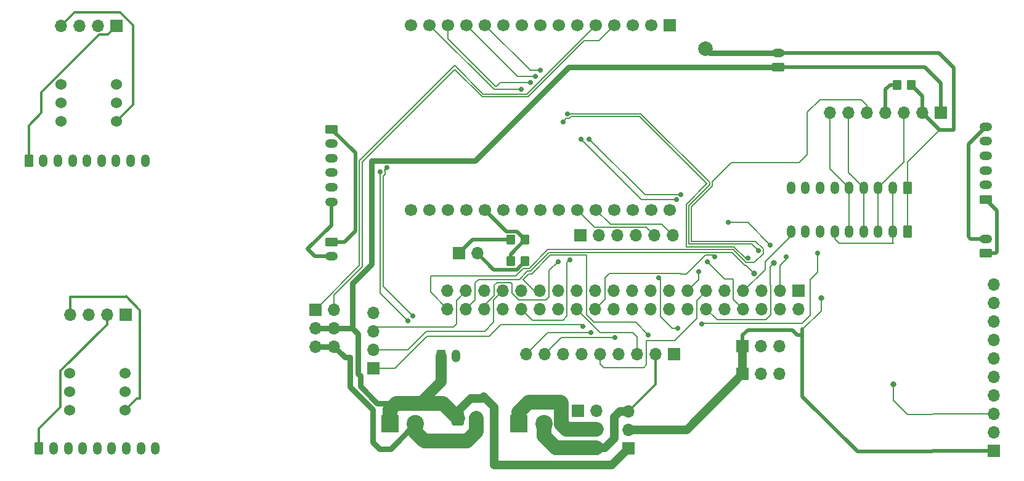
<source format=gbr>
%TF.GenerationSoftware,KiCad,Pcbnew,8.0.1*%
%TF.CreationDate,2024-05-17T10:11:40+07:00*%
%TF.ProjectId,ESP32 Shield,45535033-3220-4536-9869-656c642e6b69,rev?*%
%TF.SameCoordinates,Original*%
%TF.FileFunction,Copper,L1,Top*%
%TF.FilePolarity,Positive*%
%FSLAX46Y46*%
G04 Gerber Fmt 4.6, Leading zero omitted, Abs format (unit mm)*
G04 Created by KiCad (PCBNEW 8.0.1) date 2024-05-17 10:11:40*
%MOMM*%
%LPD*%
G01*
G04 APERTURE LIST*
G04 Aperture macros list*
%AMRoundRect*
0 Rectangle with rounded corners*
0 $1 Rounding radius*
0 $2 $3 $4 $5 $6 $7 $8 $9 X,Y pos of 4 corners*
0 Add a 4 corners polygon primitive as box body*
4,1,4,$2,$3,$4,$5,$6,$7,$8,$9,$2,$3,0*
0 Add four circle primitives for the rounded corners*
1,1,$1+$1,$2,$3*
1,1,$1+$1,$4,$5*
1,1,$1+$1,$6,$7*
1,1,$1+$1,$8,$9*
0 Add four rect primitives between the rounded corners*
20,1,$1+$1,$2,$3,$4,$5,0*
20,1,$1+$1,$4,$5,$6,$7,0*
20,1,$1+$1,$6,$7,$8,$9,0*
20,1,$1+$1,$8,$9,$2,$3,0*%
G04 Aperture macros list end*
%TA.AperFunction,ComponentPad*%
%ADD10R,1.700000X1.700000*%
%TD*%
%TA.AperFunction,ComponentPad*%
%ADD11O,1.700000X1.700000*%
%TD*%
%TA.AperFunction,SMDPad,CuDef*%
%ADD12RoundRect,0.250000X-0.350000X-0.450000X0.350000X-0.450000X0.350000X0.450000X-0.350000X0.450000X0*%
%TD*%
%TA.AperFunction,ComponentPad*%
%ADD13RoundRect,0.250000X0.625000X-0.350000X0.625000X0.350000X-0.625000X0.350000X-0.625000X-0.350000X0*%
%TD*%
%TA.AperFunction,ComponentPad*%
%ADD14O,1.750000X1.200000*%
%TD*%
%TA.AperFunction,ComponentPad*%
%ADD15RoundRect,0.250000X-0.600000X-0.750000X0.600000X-0.750000X0.600000X0.750000X-0.600000X0.750000X0*%
%TD*%
%TA.AperFunction,ComponentPad*%
%ADD16O,1.700000X2.000000*%
%TD*%
%TA.AperFunction,ComponentPad*%
%ADD17R,2.400000X2.400000*%
%TD*%
%TA.AperFunction,ComponentPad*%
%ADD18C,2.400000*%
%TD*%
%TA.AperFunction,ComponentPad*%
%ADD19RoundRect,0.250000X-0.625000X0.350000X-0.625000X-0.350000X0.625000X-0.350000X0.625000X0.350000X0*%
%TD*%
%TA.AperFunction,ComponentPad*%
%ADD20RoundRect,0.250000X0.350000X0.625000X-0.350000X0.625000X-0.350000X-0.625000X0.350000X-0.625000X0*%
%TD*%
%TA.AperFunction,ComponentPad*%
%ADD21O,1.200000X1.750000*%
%TD*%
%TA.AperFunction,ComponentPad*%
%ADD22RoundRect,0.250000X-0.350000X-0.625000X0.350000X-0.625000X0.350000X0.625000X-0.350000X0.625000X0*%
%TD*%
%TA.AperFunction,ComponentPad*%
%ADD23C,1.700000*%
%TD*%
%TA.AperFunction,ComponentPad*%
%ADD24C,1.524000*%
%TD*%
%TA.AperFunction,ViaPad*%
%ADD25C,2.000000*%
%TD*%
%TA.AperFunction,ViaPad*%
%ADD26C,0.800000*%
%TD*%
%TA.AperFunction,ViaPad*%
%ADD27C,0.700000*%
%TD*%
%TA.AperFunction,Conductor*%
%ADD28C,0.180000*%
%TD*%
%TA.AperFunction,Conductor*%
%ADD29C,0.500000*%
%TD*%
%TA.AperFunction,Conductor*%
%ADD30C,0.800000*%
%TD*%
%TA.AperFunction,Conductor*%
%ADD31C,2.000000*%
%TD*%
%TA.AperFunction,Conductor*%
%ADD32C,0.300000*%
%TD*%
%TA.AperFunction,Conductor*%
%ADD33C,1.200000*%
%TD*%
%TA.AperFunction,Conductor*%
%ADD34C,1.500000*%
%TD*%
G04 APERTURE END LIST*
D10*
%TO.P,J27,1,Pin_1*%
%TO.N,/BLUE2_EAR*%
X127390000Y-88120000D03*
D11*
%TO.P,J27,2,Pin_2*%
%TO.N,/RED2_EAR*%
X124850000Y-88120000D03*
%TO.P,J27,3,Pin_3*%
%TO.N,/GREEN2_EAR*%
X122310000Y-88120000D03*
%TO.P,J27,4,Pin_4*%
%TO.N,GND_EAR*%
X119770000Y-88120000D03*
%TD*%
D12*
%TO.P,R3,1*%
%TO.N,/GAIN*%
X233390000Y-56555000D03*
%TO.P,R3,2*%
%TO.N,GND*%
X235390000Y-56555000D03*
%TD*%
D10*
%TO.P,J17,1,Pin_1*%
%TO.N,+5V*%
X202780000Y-93530000D03*
D11*
%TO.P,J17,2,Pin_2*%
%TO.N,GND*%
X200240000Y-93530000D03*
%TO.P,J17,3,Pin_3*%
%TO.N,/CS*%
X197700000Y-93530000D03*
%TO.P,J17,4,Pin_4*%
%TO.N,/GPIO23*%
X195160000Y-93530000D03*
%TO.P,J17,5,Pin_5*%
%TO.N,/DC{slash}RS*%
X192620000Y-93530000D03*
%TO.P,J17,6,Pin_6*%
%TO.N,/GPIO10*%
X190080000Y-93530000D03*
%TO.P,J17,7,Pin_7*%
%TO.N,/GPIO11*%
X187540000Y-93530000D03*
%TO.P,J17,8,Pin_8*%
%TO.N,/GPIO24*%
X185000000Y-93530000D03*
%TO.P,J17,9,Pin_9*%
%TO.N,/GPIO9*%
X182460000Y-93530000D03*
%TD*%
D10*
%TO.P,J16,1,Pin_1*%
%TO.N,+3.3VA*%
X212200000Y-92440000D03*
D11*
%TO.P,J16,2,Pin_2*%
%TO.N,/GPIO5*%
X214740000Y-92440000D03*
%TO.P,J16,3,Pin_3*%
%TO.N,GND*%
X217280000Y-92440000D03*
%TD*%
D10*
%TO.P,J12,1,Pin_1*%
%TO.N,+5V*%
X196530000Y-106520000D03*
D11*
%TO.P,J12,2,Pin_2*%
%TO.N,+3.3VA*%
X196530000Y-103980000D03*
%TO.P,J12,3,Pin_3*%
%TO.N,GND*%
X196530000Y-101440000D03*
%TD*%
D13*
%TO.P,J29,1,Pin_1*%
%TO.N,+5V*%
X217120000Y-54130000D03*
D14*
%TO.P,J29,2,Pin_2*%
%TO.N,GND*%
X217120000Y-52130000D03*
%TD*%
D10*
%TO.P,J21,1,Pin_1*%
%TO.N,/GPIO25*%
X161490000Y-95490000D03*
D11*
%TO.P,J21,2,Pin_2*%
%TO.N,/GPIO13*%
X161490000Y-92950000D03*
%TO.P,J21,3,Pin_3*%
%TO.N,/GPIO26*%
X161490000Y-90410000D03*
%TO.P,J21,4,Pin_4*%
%TO.N,GND*%
X161490000Y-87870000D03*
%TD*%
D12*
%TO.P,R2,1*%
%TO.N,/Battery ADC*%
X180300000Y-80780000D03*
%TO.P,R2,2*%
%TO.N,GND*%
X182300000Y-80780000D03*
%TD*%
%TO.P,R1,1*%
%TO.N,+12V*%
X180300000Y-77830000D03*
%TO.P,R1,2*%
%TO.N,/Battery ADC*%
X182300000Y-77830000D03*
%TD*%
D15*
%TO.P,J2,1,Pin_1*%
%TO.N,+5V*%
X173083333Y-102410000D03*
D16*
%TO.P,J2,2,Pin_2*%
%TO.N,GND*%
X175583333Y-102410000D03*
%TD*%
D17*
%TO.P,J5,1,Pin_1*%
%TO.N,+7.5V*%
X181406666Y-103160000D03*
D18*
%TO.P,J5,2,Pin_2*%
%TO.N,GND*%
X184906666Y-103160000D03*
%TD*%
D10*
%TO.P,J10,1,Pin_1*%
%TO.N,+3.3VRP*%
X219920000Y-84860000D03*
D11*
%TO.P,J10,2,Pin_2*%
%TO.N,+5VRP*%
X219920000Y-87400000D03*
%TO.P,J10,3,Pin_3*%
%TO.N,/GPIO2*%
X217380000Y-84860000D03*
%TO.P,J10,4,Pin_4*%
%TO.N,+5VRP*%
X217380000Y-87400000D03*
%TO.P,J10,5,Pin_5*%
%TO.N,/GPIO3*%
X214840000Y-84860000D03*
%TO.P,J10,6,Pin_6*%
%TO.N,GND*%
X214840000Y-87400000D03*
%TO.P,J10,7,Pin_7*%
%TO.N,/GPIO4*%
X212300000Y-84860000D03*
%TO.P,J10,8,Pin_8*%
%TO.N,/GPIO14*%
X212300000Y-87400000D03*
%TO.P,J10,9,Pin_9*%
%TO.N,GND*%
X209760000Y-84860000D03*
%TO.P,J10,10,Pin_10*%
%TO.N,/GPIO15*%
X209760000Y-87400000D03*
%TO.P,J10,11,Pin_11*%
%TO.N,/DC{slash}RS*%
X207220000Y-84860000D03*
%TO.P,J10,12,Pin_12*%
%TO.N,/BCLK*%
X207220000Y-87400000D03*
%TO.P,J10,13,Pin_13*%
%TO.N,/GPIO27*%
X204680000Y-84860000D03*
%TO.P,J10,14,Pin_14*%
%TO.N,GND*%
X204680000Y-87400000D03*
%TO.P,J10,15,Pin_15*%
%TO.N,/BLUE2*%
X202140000Y-84860000D03*
%TO.P,J10,16,Pin_16*%
%TO.N,/GPIO23*%
X202140000Y-87400000D03*
%TO.P,J10,17,Pin_17*%
%TO.N,+3.3VRP*%
X199600000Y-84860000D03*
%TO.P,J10,18,Pin_18*%
%TO.N,/GPIO24*%
X199600000Y-87400000D03*
%TO.P,J10,19,Pin_19*%
%TO.N,/GPIO10*%
X197060000Y-84860000D03*
%TO.P,J10,20,Pin_20*%
%TO.N,GND*%
X197060000Y-87400000D03*
%TO.P,J10,21,Pin_21*%
%TO.N,/GPIO9*%
X194520000Y-84860000D03*
%TO.P,J10,22,Pin_22*%
%TO.N,/GPIO25*%
X194520000Y-87400000D03*
%TO.P,J10,23,Pin_23*%
%TO.N,/GPIO11*%
X191980000Y-84860000D03*
%TO.P,J10,24,Pin_24*%
%TO.N,/GPIO8*%
X191980000Y-87400000D03*
%TO.P,J10,25,Pin_25*%
%TO.N,GND*%
X189440000Y-84860000D03*
%TO.P,J10,26,Pin_26*%
%TO.N,/CS*%
X189440000Y-87400000D03*
%TO.P,J10,27,Pin_27*%
%TO.N,/ID_SD*%
X186900000Y-84860000D03*
%TO.P,J10,28,Pin_28*%
%TO.N,/ID_SC*%
X186900000Y-87400000D03*
%TO.P,J10,29,Pin_29*%
%TO.N,/GPIO5*%
X184360000Y-84860000D03*
%TO.P,J10,30,Pin_30*%
%TO.N,GND*%
X184360000Y-87400000D03*
%TO.P,J10,31,Pin_31*%
%TO.N,/GPIO6*%
X181820000Y-84860000D03*
%TO.P,J10,32,Pin_32*%
%TO.N,/GPIO12*%
X181820000Y-87400000D03*
%TO.P,J10,33,Pin_33*%
%TO.N,/GPIO13*%
X179280000Y-84860000D03*
%TO.P,J10,34,Pin_34*%
%TO.N,GND*%
X179280000Y-87400000D03*
%TO.P,J10,35,Pin_35*%
%TO.N,/GPIO19*%
X176740000Y-84860000D03*
%TO.P,J10,36,Pin_36*%
%TO.N,/BLUE1*%
X176740000Y-87400000D03*
%TO.P,J10,37,Pin_37*%
%TO.N,/GPIO26*%
X174200000Y-84860000D03*
%TO.P,J10,38,Pin_38*%
%TO.N,/GPIO20*%
X174200000Y-87400000D03*
%TO.P,J10,39,Pin_39*%
%TO.N,GND*%
X171660000Y-84860000D03*
%TO.P,J10,40,Pin_40*%
%TO.N,/DIN*%
X171660000Y-87400000D03*
%TD*%
D13*
%TO.P,J13,1,Pin_1*%
%TO.N,/Motor 1 (M1)*%
X245600000Y-72300000D03*
D14*
%TO.P,J13,2,Pin_2*%
%TO.N,GND*%
X245600000Y-70300000D03*
%TO.P,J13,3,Pin_3*%
%TO.N,/Motor 1 (C1)*%
X245600000Y-68300000D03*
%TO.P,J13,4,Pin_4*%
%TO.N,/Motor 1 (C2)*%
X245600000Y-66300000D03*
%TO.P,J13,5,Pin_5*%
%TO.N,+3.3V*%
X245600000Y-64300000D03*
%TO.P,J13,6,Pin_6*%
%TO.N,/Motor 1 (M2)*%
X245600000Y-62300000D03*
%TD*%
D19*
%TO.P,J20,1,Pin_1*%
%TO.N,/Motor 2 (M1)*%
X155700000Y-78130000D03*
D14*
%TO.P,J20,2,Pin_2*%
%TO.N,/Motor 2 (M2)*%
X155700000Y-80130000D03*
%TD*%
D20*
%TO.P,J9,1,Pin_1*%
%TO.N,GND*%
X234843175Y-76680000D03*
D21*
%TO.P,J9,2,Pin_2*%
%TO.N,+3.3VA*%
X232843175Y-76680000D03*
%TO.P,J9,3,Pin_3*%
%TO.N,/GPIO20*%
X230843175Y-76680000D03*
%TO.P,J9,4,Pin_4*%
%TO.N,/BCLK*%
X228843175Y-76680000D03*
%TO.P,J9,5,Pin_5*%
%TO.N,/GPIO19*%
X226843175Y-76680000D03*
%TO.P,J9,6,Pin_6*%
%TO.N,+3.3VA*%
X224843175Y-76680000D03*
%TO.P,J9,7,Pin_7*%
%TO.N,/BLUE2*%
X222843175Y-76680000D03*
%TO.P,J9,8,Pin_8*%
%TO.N,/GPIO27*%
X220843175Y-76680000D03*
%TO.P,J9,9,Pin_9*%
%TO.N,/GPIO4*%
X218843175Y-76680000D03*
%TD*%
D17*
%TO.P,J1,1,Pin_1*%
%TO.N,+5V*%
X163760000Y-103160000D03*
D18*
%TO.P,J1,2,Pin_2*%
%TO.N,GND*%
X167260000Y-103160000D03*
%TD*%
D10*
%TO.P,J26,1,Pin_1*%
%TO.N,/BLUE1_EAR*%
X126155000Y-48460000D03*
D11*
%TO.P,J26,2,Pin_2*%
%TO.N,/RED1_EAR*%
X123615000Y-48460000D03*
%TO.P,J26,3,Pin_3*%
%TO.N,/GREEN1_EAR*%
X121075000Y-48460000D03*
%TO.P,J26,4,Pin_4*%
%TO.N,GND_EAR*%
X118535000Y-48460000D03*
%TD*%
D20*
%TO.P,J8,1,Pin_1*%
%TO.N,GND*%
X234843175Y-70690000D03*
D21*
%TO.P,J8,2,Pin_2*%
%TO.N,+3.3VA*%
X232843175Y-70690000D03*
%TO.P,J8,3,Pin_3*%
%TO.N,/GPIO20*%
X230843175Y-70690000D03*
%TO.P,J8,4,Pin_4*%
%TO.N,/BCLK*%
X228843175Y-70690000D03*
%TO.P,J8,5,Pin_5*%
%TO.N,/GPIO19*%
X226843175Y-70690000D03*
%TO.P,J8,6,Pin_6*%
%TO.N,GND*%
X224843175Y-70690000D03*
%TO.P,J8,7,Pin_7*%
%TO.N,/GPIO8*%
X222843175Y-70690000D03*
%TO.P,J8,8,Pin_8*%
%TO.N,/GPIO12*%
X220843175Y-70690000D03*
%TO.P,J8,9,Pin_9*%
%TO.N,/BLUE1*%
X218843175Y-70690000D03*
%TD*%
D10*
%TO.P,J4,1,Pin_1*%
%TO.N,/SIG_4*%
X189580000Y-101360000D03*
D11*
%TO.P,J4,2,Pin_2*%
%TO.N,/SIG_3*%
X192120000Y-101360000D03*
%TO.P,J4,3,Pin_3*%
%TO.N,+7.5V*%
X189580000Y-103900000D03*
%TO.P,J4,4,Pin_4*%
X192120000Y-103900000D03*
%TO.P,J4,5,Pin_5*%
%TO.N,GND*%
X189580000Y-106440000D03*
%TO.P,J4,6,Pin_6*%
X192120000Y-106440000D03*
%TD*%
D10*
%TO.P,J15,1,Pin_1*%
%TO.N,+3.3VA*%
X212200000Y-96300000D03*
D11*
%TO.P,J15,2,Pin_2*%
%TO.N,/GPIO6*%
X214740000Y-96300000D03*
%TO.P,J15,3,Pin_3*%
%TO.N,GND*%
X217280000Y-96300000D03*
%TD*%
D10*
%TO.P,J3,1,Pin_1*%
%TO.N,/SIG_2*%
X153480000Y-87430000D03*
D11*
%TO.P,J3,2,Pin_2*%
%TO.N,/SIG_1*%
X156020000Y-87430000D03*
%TO.P,J3,3,Pin_3*%
%TO.N,+5V*%
X153480000Y-89970000D03*
%TO.P,J3,4,Pin_4*%
X156020000Y-89970000D03*
%TO.P,J3,5,Pin_5*%
%TO.N,GND*%
X153480000Y-92510000D03*
%TO.P,J3,6,Pin_6*%
X156020000Y-92510000D03*
%TD*%
D22*
%TO.P,J22,1,Pin_1*%
%TO.N,/BLUE1_EAR*%
X114105000Y-67000000D03*
D21*
%TO.P,J22,2,Pin_2*%
%TO.N,/GREEN1_EAR*%
X116105000Y-67000000D03*
%TO.P,J22,3,Pin_3*%
%TO.N,/RED1_EAR*%
X118105000Y-67000000D03*
%TO.P,J22,4,Pin_4*%
%TO.N,GND_EAR*%
X120105000Y-67000000D03*
%TO.P,J22,5,Pin_5*%
%TO.N,/WS_EAR*%
X122105000Y-67000000D03*
%TO.P,J22,6,Pin_6*%
%TO.N,/SCK_EAR*%
X124105000Y-67000000D03*
%TO.P,J22,7,Pin_7*%
%TO.N,/SD_EAR*%
X126105000Y-67000000D03*
%TO.P,J22,8,Pin_8*%
%TO.N,+3.3V_EAR*%
X128105000Y-67000000D03*
%TO.P,J22,9,Pin_9*%
%TO.N,GND_EAR*%
X130105000Y-67000000D03*
%TD*%
D19*
%TO.P,J14,1,Pin_1*%
%TO.N,/Motor 2 (M1)*%
X155700000Y-62620000D03*
D14*
%TO.P,J14,2,Pin_2*%
%TO.N,GND*%
X155700000Y-64620000D03*
%TO.P,J14,3,Pin_3*%
%TO.N,/Motor 2 (C1)*%
X155700000Y-66620000D03*
%TO.P,J14,4,Pin_4*%
%TO.N,/Motor 2 (C2)*%
X155700000Y-68620000D03*
%TO.P,J14,5,Pin_5*%
%TO.N,+3.3V*%
X155700000Y-70620000D03*
%TO.P,J14,6,Pin_6*%
%TO.N,/Motor 2 (M2)*%
X155700000Y-72620000D03*
%TD*%
D10*
%TO.P,U1,1,3V3*%
%TO.N,+3.3V*%
X202225000Y-48350000D03*
D23*
%TO.P,U1,2,GND*%
%TO.N,GND*%
X199685000Y-48350000D03*
%TO.P,U1,3,D15*%
%TO.N,/Motor 2 (C2)*%
X197145000Y-48350000D03*
%TO.P,U1,4,D2*%
%TO.N,/SIG_1*%
X194605000Y-48350000D03*
%TO.P,U1,5,D4*%
%TO.N,/SIG_2*%
X192065000Y-48350000D03*
%TO.P,U1,6,RX2*%
%TO.N,unconnected-(U1-RX2-Pad6)*%
X189525000Y-48350000D03*
%TO.P,U1,7,TX2*%
%TO.N,unconnected-(U1-TX2-Pad7)*%
X186985000Y-48350000D03*
%TO.P,U1,8,D5*%
%TO.N,/Motor 2 (C1)*%
X184445000Y-48350000D03*
%TO.P,U1,9,D18*%
%TO.N,/SIG_3*%
X181905000Y-48350000D03*
%TO.P,U1,10,D19*%
%TO.N,/SIG_4*%
X179365000Y-48350000D03*
%TO.P,U1,11,D21*%
%TO.N,/GPIO2*%
X176825000Y-48350000D03*
%TO.P,U1,12,RX0*%
%TO.N,/GPIO14*%
X174285000Y-48350000D03*
%TO.P,U1,13,TX0*%
%TO.N,/GPIO15*%
X171745000Y-48350000D03*
%TO.P,U1,14,D22*%
%TO.N,/GPIO3*%
X169205000Y-48350000D03*
%TO.P,U1,15,D23*%
%TO.N,unconnected-(U1-D23-Pad15)*%
X166665000Y-48350000D03*
%TO.P,U1,16,EN*%
%TO.N,unconnected-(U1-EN-Pad16)*%
X166665000Y-73750000D03*
%TO.P,U1,17,VP*%
%TO.N,unconnected-(U1-VP-Pad17)*%
X169205000Y-73750000D03*
%TO.P,U1,18,VN*%
%TO.N,unconnected-(U1-VN-Pad18)*%
X171745000Y-73750000D03*
%TO.P,U1,19,D34*%
%TO.N,unconnected-(U1-D34-Pad19)*%
X174285000Y-73750000D03*
%TO.P,U1,20,D35*%
%TO.N,/Battery ADC*%
X176825000Y-73750000D03*
%TO.P,U1,21,D32*%
%TO.N,/ENA*%
X179365000Y-73750000D03*
%TO.P,U1,22,D33*%
%TO.N,/IN1*%
X181905000Y-73750000D03*
%TO.P,U1,23,D25*%
%TO.N,/IN2*%
X184445000Y-73750000D03*
%TO.P,U1,24,D26*%
%TO.N,/IN3*%
X186985000Y-73750000D03*
%TO.P,U1,25,D27*%
%TO.N,/IN4*%
X189525000Y-73750000D03*
%TO.P,U1,26,D14*%
%TO.N,/ENB*%
X192065000Y-73750000D03*
%TO.P,U1,27,D12*%
%TO.N,/Motor 1 (C1)*%
X194605000Y-73750000D03*
%TO.P,U1,28,D13*%
%TO.N,/Motor 1 (C2)*%
X197145000Y-73750000D03*
%TO.P,U1,29,GND*%
%TO.N,GND*%
X199685000Y-73750000D03*
%TO.P,U1,30,VIN*%
%TO.N,unconnected-(U1-VIN-Pad30)*%
X202225000Y-73750000D03*
%TD*%
D10*
%TO.P,J11,1,Pin_1*%
%TO.N,+12V*%
X173205000Y-79720000D03*
D11*
%TO.P,J11,2,Pin_2*%
%TO.N,GND*%
X175745000Y-79720000D03*
%TD*%
D22*
%TO.P,J23,1,Pin_1*%
%TO.N,/RED2_EAR*%
X115510000Y-106560000D03*
D21*
%TO.P,J23,2,Pin_2*%
%TO.N,/GREEN2_EAR*%
X117510000Y-106560000D03*
%TO.P,J23,3,Pin_3*%
%TO.N,/BLUE2_EAR*%
X119510000Y-106560000D03*
%TO.P,J23,4,Pin_4*%
%TO.N,+3.3V_EAR*%
X121510000Y-106560000D03*
%TO.P,J23,5,Pin_5*%
%TO.N,/WS_EAR*%
X123510000Y-106560000D03*
%TO.P,J23,6,Pin_6*%
%TO.N,/SCK_EAR*%
X125510000Y-106560000D03*
%TO.P,J23,7,Pin_7*%
%TO.N,/SD_EAR*%
X127510000Y-106560000D03*
%TO.P,J23,8,Pin_8*%
%TO.N,+3.3V_EAR*%
X129510000Y-106560000D03*
%TO.P,J23,9,Pin_9*%
%TO.N,GND_EAR*%
X131510000Y-106560000D03*
%TD*%
D22*
%TO.P,J30,1,Pin_1*%
%TO.N,+5V*%
X170780000Y-93790000D03*
D21*
%TO.P,J30,2,Pin_2*%
%TO.N,GND*%
X172780000Y-93790000D03*
%TD*%
D11*
%TO.P,J28,10,Pin_10*%
%TO.N,unconnected-(J28-Pin_10-Pad10)*%
X246695000Y-83990000D03*
%TO.P,J28,9,Pin_9*%
%TO.N,unconnected-(J28-Pin_9-Pad9)*%
X246695000Y-86530000D03*
%TO.P,J28,8,Pin_8*%
%TO.N,unconnected-(J28-Pin_8-Pad8)*%
X246695000Y-89070000D03*
%TO.P,J28,7,Pin_7*%
%TO.N,unconnected-(J28-Pin_7-Pad7)*%
X246695000Y-91610000D03*
%TO.P,J28,6,Pin_6*%
%TO.N,unconnected-(J28-Pin_6-Pad6)*%
X246695000Y-94150000D03*
%TO.P,J28,5,Pin_5*%
%TO.N,unconnected-(J28-Pin_5-Pad5)*%
X246695000Y-96690000D03*
%TO.P,J28,4,Pin_4*%
%TO.N,/GPIO2*%
X246695000Y-99230000D03*
%TO.P,J28,3,Pin_3*%
%TO.N,/GPIO3*%
X246695000Y-101770000D03*
%TO.P,J28,2,Pin_2*%
%TO.N,GND*%
X246695000Y-104310000D03*
D10*
%TO.P,J28,1,Pin_1*%
%TO.N,+3.3VA*%
X246695000Y-106850000D03*
%TD*%
D13*
%TO.P,J19,1,Pin_1*%
%TO.N,/Motor 1 (M1)*%
X245600000Y-79690000D03*
D14*
%TO.P,J19,2,Pin_2*%
%TO.N,/Motor 1 (M2)*%
X245600000Y-77690000D03*
%TD*%
D10*
%TO.P,J7,1,Pin_1*%
%TO.N,+5V*%
X239460000Y-60395000D03*
D11*
%TO.P,J7,2,Pin_2*%
%TO.N,GND*%
X236920000Y-60395000D03*
%TO.P,J7,3,Pin_3*%
%TO.N,/GPIO20*%
X234380000Y-60395000D03*
%TO.P,J7,4,Pin_4*%
%TO.N,/GAIN*%
X231840000Y-60395000D03*
%TO.P,J7,5,Pin_5*%
%TO.N,/DIN*%
X229300000Y-60395000D03*
%TO.P,J7,6,Pin_6*%
%TO.N,/BCLK*%
X226760000Y-60395000D03*
%TO.P,J7,7,Pin_7*%
%TO.N,/GPIO19*%
X224220000Y-60395000D03*
%TD*%
D24*
%TO.P,J24,1,Pin_1*%
%TO.N,/SD_EAR*%
X126140000Y-56520000D03*
%TO.P,J24,2,Pin_2*%
%TO.N,+3.3V_EAR*%
X126140000Y-59060000D03*
%TO.P,J24,3,Pin_3*%
%TO.N,GND_EAR*%
X126140000Y-61600000D03*
%TO.P,J24,4,Pin_4*%
%TO.N,/SCK_EAR*%
X118520000Y-56520000D03*
%TO.P,J24,5,Pin_5*%
%TO.N,/WS_EAR*%
X118520000Y-59060000D03*
%TO.P,J24,6,Pin_6*%
%TO.N,GND_EAR*%
X118520000Y-61600000D03*
%TD*%
%TO.P,J25,1,Pin_1*%
%TO.N,/SD_EAR*%
X127350000Y-96180000D03*
%TO.P,J25,2,Pin_2*%
%TO.N,+3.3V_EAR*%
X127350000Y-98720000D03*
%TO.P,J25,3,Pin_3*%
%TO.N,GND_EAR*%
X127350000Y-101260000D03*
%TO.P,J25,4,Pin_4*%
%TO.N,/SCK_EAR*%
X119730000Y-96180000D03*
%TO.P,J25,5,Pin_5*%
%TO.N,/WS_EAR*%
X119730000Y-98720000D03*
%TO.P,J25,6,Pin_6*%
%TO.N,+3.3V_EAR*%
X119730000Y-101260000D03*
%TD*%
D10*
%TO.P,J18,1,Pin_1*%
%TO.N,/ENA*%
X189920000Y-77260000D03*
D11*
%TO.P,J18,2,Pin_2*%
%TO.N,/IN1*%
X192460000Y-77260000D03*
%TO.P,J18,3,Pin_3*%
%TO.N,/IN2*%
X195000000Y-77260000D03*
%TO.P,J18,4,Pin_4*%
%TO.N,/IN3*%
X197540000Y-77260000D03*
%TO.P,J18,5,Pin_5*%
%TO.N,/IN4*%
X200080000Y-77260000D03*
%TO.P,J18,6,Pin_6*%
%TO.N,/ENB*%
X202620000Y-77260000D03*
%TD*%
D25*
%TO.N,GND*%
X207120000Y-51560000D03*
D26*
%TO.N,/BCLK*%
X216500000Y-81010000D03*
%TO.N,/GPIO20*%
X213780000Y-82480000D03*
D27*
%TO.N,/BLUE1*%
X186830000Y-80870000D03*
%TO.N,/GPIO12*%
X188470000Y-80590000D03*
%TO.N,/GPIO8*%
X208375880Y-80209023D03*
%TO.N,/GPIO27*%
X206180000Y-82240000D03*
%TO.N,/BLUE2*%
X222480000Y-79640000D03*
X206550000Y-89380000D03*
%TO.N,/SIG_4*%
X166190000Y-88980000D03*
X162430000Y-68540000D03*
%TO.N,/SIG_3*%
X163290000Y-67940000D03*
X166910000Y-88310000D03*
D26*
%TO.N,/GPIO3*%
X232920000Y-97720000D03*
D27*
X181790000Y-57190000D03*
X187526250Y-61606250D03*
X212930000Y-80350000D03*
%TO.N,/GPIO2*%
X191080000Y-63990000D03*
X203750000Y-71670000D03*
X215997549Y-78542451D03*
X210210000Y-75480000D03*
X218200000Y-80170000D03*
X184420000Y-54560000D03*
D26*
%TO.N,+3.3VA*%
X223000000Y-85830000D03*
D27*
%TO.N,/GPIO9*%
X191380000Y-90580000D03*
%TO.N,/GPIO6*%
X200640000Y-83100000D03*
X203250000Y-90020000D03*
%TO.N,/GPIO14*%
X190000000Y-64020000D03*
X207380000Y-80880000D03*
X203159126Y-72348876D03*
X183740000Y-55370000D03*
%TO.N,/GPIO15*%
X183080000Y-56230000D03*
X214380000Y-79370000D03*
X188100000Y-60510000D03*
%TO.N,/GPIO24*%
X194620000Y-91240000D03*
%TO.N,/GPIO25*%
X190250000Y-89770000D03*
%TO.N,/GPIO5*%
X199250000Y-90940000D03*
%TD*%
D28*
%TO.N,/GPIO3*%
X238340000Y-101770000D02*
X246695000Y-101770000D01*
X238230000Y-101880000D02*
X238340000Y-101770000D01*
D29*
%TO.N,+3.3VA*%
X238340000Y-106850000D02*
X246695000Y-106850000D01*
X238230000Y-106960000D02*
X238340000Y-106850000D01*
D30*
%TO.N,GND*%
X207120000Y-51560000D02*
X207690000Y-52130000D01*
D28*
X234843175Y-67181825D02*
X239275000Y-62750000D01*
D31*
X189580000Y-106440000D02*
X192120000Y-106440000D01*
D30*
X153480000Y-92510000D02*
X156020000Y-92510000D01*
D29*
X241250000Y-62750000D02*
X239275000Y-62750000D01*
D28*
X234843175Y-76680000D02*
X234843175Y-70690000D01*
D31*
X167260000Y-104330000D02*
X168470000Y-105540000D01*
D29*
X236920000Y-58085000D02*
X235390000Y-56555000D01*
X175745000Y-79720000D02*
X177955000Y-81930000D01*
X239220000Y-52130000D02*
X241250000Y-54160000D01*
D31*
X184906666Y-103160000D02*
X184906666Y-104857056D01*
X167260000Y-103160000D02*
X167260000Y-104330000D01*
D30*
X158250000Y-94020000D02*
X158250000Y-98030000D01*
D29*
X236920000Y-60395000D02*
X236920000Y-58085000D01*
D31*
X184906666Y-104857056D02*
X186489610Y-106440000D01*
D30*
X162320000Y-106570000D02*
X163850000Y-106570000D01*
D32*
X200240000Y-93530000D02*
X200240000Y-97730000D01*
D31*
X186489610Y-106440000D02*
X189580000Y-106440000D01*
D30*
X161390000Y-101170000D02*
X161390000Y-105640000D01*
D29*
X181150000Y-81930000D02*
X182300000Y-80780000D01*
D30*
X207690000Y-52130000D02*
X217120000Y-52130000D01*
D29*
X241250000Y-54160000D02*
X241250000Y-62750000D01*
D33*
X195350000Y-101440000D02*
X194580000Y-102210000D01*
D29*
X217120000Y-52130000D02*
X239220000Y-52130000D01*
D33*
X193322081Y-106440000D02*
X192120000Y-106440000D01*
D31*
X168470000Y-105540000D02*
X174310000Y-105540000D01*
D30*
X163850000Y-106570000D02*
X167260000Y-103160000D01*
X156020000Y-92510000D02*
X157530000Y-94020000D01*
D33*
X196530000Y-101440000D02*
X195350000Y-101440000D01*
D30*
X161390000Y-105640000D02*
X162320000Y-106570000D01*
D33*
X194580000Y-105182081D02*
X193322081Y-106440000D01*
D30*
X157530000Y-94020000D02*
X158250000Y-94020000D01*
X158250000Y-98030000D02*
X161390000Y-101170000D01*
D31*
X174310000Y-105540000D02*
X175583333Y-104266667D01*
D29*
X177955000Y-81930000D02*
X181150000Y-81930000D01*
X239275000Y-62750000D02*
X236920000Y-60395000D01*
D32*
X200240000Y-97730000D02*
X196530000Y-101440000D01*
D33*
X194580000Y-102210000D02*
X194580000Y-105182081D01*
D31*
X175583333Y-104266667D02*
X175583333Y-102410000D01*
D28*
X234843175Y-70690000D02*
X234843175Y-67181825D01*
%TO.N,/BCLK*%
X208670000Y-88850000D02*
X207220000Y-87400000D01*
X215380000Y-88850000D02*
X208670000Y-88850000D01*
X215980000Y-83980000D02*
X216110000Y-84110000D01*
X216500000Y-81010000D02*
X215980000Y-81530000D01*
X215980000Y-81530000D02*
X215980000Y-83980000D01*
X216110000Y-84110000D02*
X216110000Y-88120000D01*
X226760000Y-68606825D02*
X228843175Y-70690000D01*
X226760000Y-60395000D02*
X226760000Y-68606825D01*
X228843175Y-76680000D02*
X228843175Y-70690000D01*
X216110000Y-88120000D02*
X215380000Y-88850000D01*
%TO.N,/GPIO19*%
X226843175Y-76680000D02*
X226843175Y-70690000D01*
X224220000Y-68066825D02*
X226843175Y-70690000D01*
X224220000Y-60395000D02*
X224220000Y-68066825D01*
%TO.N,/GPIO20*%
X202330000Y-79570000D02*
X185618003Y-79570000D01*
X181500000Y-83290000D02*
X175950000Y-83290000D01*
X185618003Y-79570000D02*
X183038003Y-82150000D01*
X213780000Y-82480000D02*
X212670000Y-81370000D01*
X234380000Y-67153175D02*
X230843175Y-70690000D01*
X234380000Y-60395000D02*
X234380000Y-67153175D01*
X175950000Y-83290000D02*
X175460000Y-83780000D01*
X175460000Y-86140000D02*
X174200000Y-87400000D01*
X175460000Y-83780000D02*
X175460000Y-86140000D01*
X230843175Y-76680000D02*
X230843175Y-70690000D01*
X183038003Y-82150000D02*
X182640000Y-82150000D01*
X182640000Y-82150000D02*
X181500000Y-83290000D01*
X212507501Y-81370000D02*
X210707501Y-79570000D01*
X212670000Y-81370000D02*
X212507501Y-81370000D01*
X210707501Y-79570000D02*
X202330000Y-79570000D01*
%TO.N,/BLUE1*%
X178460000Y-83720000D02*
X178080000Y-84100000D01*
X180340000Y-83720000D02*
X178460000Y-83720000D01*
X178080000Y-85522598D02*
X176740000Y-86862598D01*
X186830000Y-80870000D02*
X185610000Y-82090000D01*
X180530000Y-85182204D02*
X180530000Y-83910000D01*
X181467796Y-86120000D02*
X180530000Y-85182204D01*
X185610000Y-85660000D02*
X185150000Y-86120000D01*
X185610000Y-82090000D02*
X185610000Y-85660000D01*
X178080000Y-84100000D02*
X178080000Y-85522598D01*
X176740000Y-86862598D02*
X176740000Y-87400000D01*
X180530000Y-83910000D02*
X180340000Y-83720000D01*
X185150000Y-86120000D02*
X181467796Y-86120000D01*
%TO.N,/GPIO12*%
X188080000Y-80980000D02*
X188080000Y-88350000D01*
X188080000Y-88350000D02*
X187510000Y-88920000D01*
X187510000Y-88920000D02*
X187480000Y-88890000D01*
X188470000Y-80590000D02*
X188080000Y-80980000D01*
X187480000Y-88890000D02*
X183310000Y-88890000D01*
X183310000Y-88890000D02*
X181820000Y-87400000D01*
%TO.N,/GPIO8*%
X204500000Y-82550000D02*
X203690000Y-82550000D01*
X207100000Y-79950000D02*
X204500000Y-82550000D01*
X203690000Y-82550000D02*
X203600000Y-82460000D01*
X193890000Y-82460000D02*
X193320000Y-83030000D01*
X193320000Y-83030000D02*
X193320000Y-86060000D01*
X208375880Y-80209023D02*
X208116857Y-79950000D01*
X208116857Y-79950000D02*
X207100000Y-79950000D01*
X193320000Y-86060000D02*
X191980000Y-87400000D01*
X203600000Y-82460000D02*
X193890000Y-82460000D01*
%TO.N,/GPIO27*%
X206180000Y-83360000D02*
X204680000Y-84860000D01*
X206180000Y-82240000D02*
X206180000Y-83360000D01*
%TO.N,/GPIO4*%
X215280000Y-81955808D02*
X212375808Y-84860000D01*
X215280000Y-80870000D02*
X215280000Y-81955808D01*
X218843175Y-76680000D02*
X218843175Y-77306825D01*
X218843175Y-77306825D02*
X215280000Y-80870000D01*
X212375808Y-84860000D02*
X212300000Y-84860000D01*
%TO.N,/BLUE2*%
X221510000Y-88226324D02*
X220413162Y-89323162D01*
X222480000Y-82320000D02*
X222030000Y-82770000D01*
X221510000Y-83290000D02*
X221510000Y-86550000D01*
X221510000Y-86550000D02*
X221510000Y-88226324D01*
X222030000Y-82770000D02*
X221510000Y-83290000D01*
X222480000Y-79640000D02*
X222480000Y-82320000D01*
X206606838Y-89323162D02*
X206550000Y-89380000D01*
X220413162Y-89323162D02*
X206606838Y-89323162D01*
D33*
%TO.N,+5V*%
X174853333Y-99640000D02*
X173083333Y-101410000D01*
D34*
X170780000Y-93790000D02*
X170780000Y-97350000D01*
D30*
X158580000Y-89970000D02*
X158580000Y-83843210D01*
X161180000Y-66990000D02*
X175450000Y-66990000D01*
D34*
X170780000Y-97350000D02*
X167770000Y-100360000D01*
D30*
X161180000Y-81243210D02*
X161180000Y-66990000D01*
D31*
X171033333Y-100360000D02*
X173083333Y-102410000D01*
D33*
X173083333Y-101410000D02*
X173083333Y-102410000D01*
D31*
X164660000Y-100360000D02*
X167770000Y-100360000D01*
D33*
X176630000Y-99370000D02*
X176360000Y-99640000D01*
D31*
X164610000Y-100310000D02*
X164660000Y-100360000D01*
D30*
X161990000Y-100310000D02*
X164610000Y-100310000D01*
D29*
X217120000Y-54130000D02*
X237270000Y-54130000D01*
D30*
X188310000Y-54130000D02*
X217120000Y-54130000D01*
D31*
X163760000Y-103160000D02*
X163760000Y-101160000D01*
D30*
X159380000Y-96280000D02*
X159660000Y-96560000D01*
X153480000Y-89970000D02*
X156020000Y-89970000D01*
D33*
X194220000Y-108830000D02*
X178070000Y-108830000D01*
D30*
X159660000Y-96560000D02*
X159660000Y-97980000D01*
X158580000Y-83843210D02*
X161180000Y-81243210D01*
D33*
X178070000Y-108830000D02*
X178070000Y-100810000D01*
D31*
X163760000Y-101160000D02*
X164610000Y-100310000D01*
D30*
X158580000Y-89970000D02*
X159380000Y-90770000D01*
D31*
X167770000Y-100360000D02*
X171033333Y-100360000D01*
D33*
X176360000Y-99640000D02*
X174853333Y-99640000D01*
D30*
X156020000Y-89970000D02*
X158580000Y-89970000D01*
X159380000Y-90770000D02*
X159380000Y-96280000D01*
D33*
X196530000Y-106520000D02*
X194220000Y-108830000D01*
D29*
X237270000Y-54130000D02*
X239460000Y-56320000D01*
D30*
X175450000Y-66990000D02*
X188310000Y-54130000D01*
X159660000Y-97980000D02*
X161990000Y-100310000D01*
D33*
X178070000Y-100810000D02*
X176630000Y-99370000D01*
D29*
X239460000Y-56320000D02*
X239460000Y-60395000D01*
D28*
%TO.N,/SIG_2*%
X176572797Y-57830000D02*
X172632797Y-53890000D01*
X182585000Y-57830000D02*
X176572797Y-57830000D01*
X192065000Y-48350000D02*
X182585000Y-57830000D01*
X159540000Y-66982797D02*
X159540000Y-81370000D01*
X159540000Y-81370000D02*
X153480000Y-87430000D01*
X172632797Y-53890000D02*
X159540000Y-66982797D01*
%TO.N,/SIG_1*%
X192455000Y-50500000D02*
X190452402Y-50500000D01*
X159920000Y-67140199D02*
X159920000Y-81527402D01*
X176415395Y-58210000D02*
X172632797Y-54427402D01*
X194605000Y-48350000D02*
X192455000Y-50500000D01*
X172632797Y-54427402D02*
X159920000Y-67140199D01*
X156020000Y-85427402D02*
X156020000Y-87430000D01*
X159920000Y-81527402D02*
X156020000Y-85427402D01*
X190452402Y-50500000D02*
X182742401Y-58210000D01*
X182742401Y-58210000D02*
X176415395Y-58210000D01*
%TO.N,/SIG_4*%
X162430000Y-85220000D02*
X166190000Y-88980000D01*
X162430000Y-68540000D02*
X162430000Y-85220000D01*
D31*
%TO.N,+7.5V*%
X182790000Y-100150000D02*
X187190000Y-100150000D01*
X181406666Y-101533334D02*
X182790000Y-100150000D01*
X187190000Y-100150000D02*
X187306666Y-100266666D01*
X181406666Y-103160000D02*
X181406666Y-101533334D01*
X187306666Y-103250000D02*
X187340000Y-103250000D01*
X187340000Y-103250000D02*
X187990000Y-103900000D01*
X187306666Y-100266666D02*
X187306666Y-103250000D01*
X187990000Y-103900000D02*
X189580000Y-103900000D01*
X189580000Y-103900000D02*
X192120000Y-103900000D01*
D28*
%TO.N,/SIG_3*%
X163012548Y-68217452D02*
X163070000Y-68274903D01*
X163070000Y-68805097D02*
X162810000Y-69065097D01*
X163290000Y-67940000D02*
X163012548Y-68217452D01*
X162810000Y-84210000D02*
X166910000Y-88310000D01*
X162810000Y-69065097D02*
X162810000Y-84210000D01*
X163070000Y-68274903D02*
X163070000Y-68805097D01*
%TO.N,/GPIO3*%
X187526250Y-61606250D02*
X187982500Y-61150000D01*
X198050000Y-60890000D02*
X207290000Y-70130000D01*
X169205000Y-48350000D02*
X178045000Y-57190000D01*
X187982500Y-61150000D02*
X188365097Y-61150000D01*
X178045000Y-57190000D02*
X181790000Y-57190000D01*
X234890000Y-101880000D02*
X238230000Y-101880000D01*
X207290000Y-70130000D02*
X204430000Y-72990000D01*
X232920000Y-99910000D02*
X234890000Y-101880000D01*
X188365097Y-61150000D02*
X188625097Y-60890000D01*
X188625097Y-60890000D02*
X198050000Y-60890000D01*
X204430000Y-72990000D02*
X204430000Y-78810000D01*
X212562305Y-80350000D02*
X212930000Y-80350000D01*
X204430000Y-78810000D02*
X211022305Y-78810000D01*
X211022305Y-78810000D02*
X212562305Y-80350000D01*
X232920000Y-97720000D02*
X232920000Y-99910000D01*
%TO.N,/GPIO2*%
X212935098Y-75480000D02*
X215997549Y-78542451D01*
X198760000Y-71670000D02*
X203750000Y-71670000D01*
X210210000Y-75480000D02*
X212935098Y-75480000D01*
X176825000Y-48350000D02*
X183035000Y-54560000D01*
X191080000Y-63990000D02*
X198760000Y-71670000D01*
X183035000Y-54560000D02*
X184420000Y-54560000D01*
X218200000Y-80510000D02*
X217380000Y-81330000D01*
X218200000Y-80170000D02*
X218200000Y-80510000D01*
X217380000Y-81330000D02*
X217380000Y-84860000D01*
%TO.N,/DIN*%
X215020000Y-79780000D02*
X213810000Y-80990000D01*
X212664903Y-80990000D02*
X210864903Y-79190000D01*
X205190000Y-73304804D02*
X205190000Y-78050000D01*
X221060000Y-66150000D02*
X219950000Y-67260000D01*
X228480000Y-58560000D02*
X222810000Y-58560000D01*
X222810000Y-58560000D02*
X221060000Y-60310000D01*
X221060000Y-60310000D02*
X221060000Y-66150000D01*
X169300000Y-85040000D02*
X171660000Y-87400000D01*
X182073675Y-81770000D02*
X181033675Y-82810000D01*
X219950000Y-67260000D02*
X210630000Y-67260000D01*
X181033675Y-82810000D02*
X169300000Y-82810000D01*
X208050000Y-69840000D02*
X208050000Y-70444804D01*
X213810000Y-80990000D02*
X212664903Y-80990000D01*
X205190000Y-78050000D02*
X213965097Y-78050000D01*
X182880602Y-81770000D02*
X182073675Y-81770000D01*
X169300000Y-82810000D02*
X169300000Y-85040000D01*
X213965097Y-78050000D02*
X215020000Y-79104903D01*
X229300000Y-60395000D02*
X229300000Y-59380000D01*
X185460602Y-79190000D02*
X182880602Y-81770000D01*
X215020000Y-79104903D02*
X215020000Y-79780000D01*
X210864903Y-79190000D02*
X185460602Y-79190000D01*
X208050000Y-70444804D02*
X205190000Y-73304804D01*
X229300000Y-59380000D02*
X228480000Y-58560000D01*
X210630000Y-67260000D02*
X208050000Y-69840000D01*
D29*
%TO.N,/GAIN*%
X233390000Y-56555000D02*
X232455000Y-56555000D01*
X232455000Y-56555000D02*
X231840000Y-57170000D01*
X231840000Y-57170000D02*
X231840000Y-60395000D01*
D28*
%TO.N,+3.3VA*%
X232843175Y-76680000D02*
X232843175Y-70690000D01*
D29*
X219020000Y-90270000D02*
X212910000Y-90270000D01*
X238230000Y-106960000D02*
X227980000Y-106960000D01*
D28*
X223000000Y-85830000D02*
X223000000Y-87630000D01*
D29*
X220430000Y-90970000D02*
X220430000Y-90100000D01*
D28*
X232843175Y-78210000D02*
X232843175Y-76680000D01*
X223000000Y-87630000D02*
X220430000Y-90200000D01*
D33*
X196530000Y-103980000D02*
X204520000Y-103980000D01*
D29*
X212200000Y-90980000D02*
X212200000Y-92440000D01*
D33*
X212200000Y-96300000D02*
X212200000Y-92440000D01*
X204520000Y-103980000D02*
X212200000Y-96300000D01*
D28*
X224843175Y-76680000D02*
X224843175Y-77690000D01*
X225493175Y-78340000D02*
X232893175Y-78340000D01*
X232893175Y-78260000D02*
X232843175Y-78210000D01*
X232893175Y-78340000D02*
X232893175Y-78260000D01*
X224843175Y-77690000D02*
X225493175Y-78340000D01*
D29*
X220430000Y-90970000D02*
X219720000Y-90970000D01*
X212910000Y-90270000D02*
X212200000Y-90980000D01*
X220430000Y-99410000D02*
X220430000Y-90970000D01*
X227980000Y-106960000D02*
X220430000Y-99410000D01*
X219720000Y-90970000D02*
X219020000Y-90270000D01*
D28*
X220430000Y-90200000D02*
X220430000Y-90100000D01*
%TO.N,/GPIO9*%
X182460000Y-93530000D02*
X185410000Y-90580000D01*
X185410000Y-90580000D02*
X191380000Y-90580000D01*
%TO.N,/CS*%
X192640000Y-90600000D02*
X189440000Y-87400000D01*
X197700000Y-93530000D02*
X197700000Y-91160000D01*
X197140000Y-90600000D02*
X192640000Y-90600000D01*
X197700000Y-91160000D02*
X197140000Y-90600000D01*
%TO.N,/GPIO13*%
X161490000Y-92950000D02*
X166240000Y-92950000D01*
X176750000Y-90440000D02*
X177990000Y-89200000D01*
X166240000Y-92950000D02*
X168750000Y-90440000D01*
X177990000Y-86150000D02*
X179280000Y-84860000D01*
X177990000Y-89200000D02*
X177990000Y-86150000D01*
X168750000Y-90440000D02*
X176750000Y-90440000D01*
%TO.N,/DC{slash}RS*%
X198610000Y-95410000D02*
X199010000Y-95010000D01*
X202900000Y-91670000D02*
X205880000Y-88690000D01*
X192620000Y-94890000D02*
X193140000Y-95410000D01*
X193140000Y-95410000D02*
X198610000Y-95410000D01*
X205880000Y-86200000D02*
X207220000Y-84860000D01*
X199010000Y-91670000D02*
X202900000Y-91670000D01*
X199010000Y-95010000D02*
X199010000Y-91670000D01*
X205880000Y-88690000D02*
X205880000Y-86200000D01*
X192620000Y-93530000D02*
X192620000Y-94890000D01*
%TO.N,/GPIO6*%
X200880000Y-88380000D02*
X202520000Y-90020000D01*
X200640000Y-83100000D02*
X200880000Y-83340000D01*
X202520000Y-90020000D02*
X203250000Y-90020000D01*
X200880000Y-83340000D02*
X200880000Y-88380000D01*
%TO.N,/GPIO14*%
X181305000Y-55370000D02*
X183740000Y-55370000D01*
X190000000Y-64020000D02*
X198328876Y-72348876D01*
X209730000Y-83230000D02*
X210910000Y-83230000D01*
X174285000Y-48350000D02*
X181305000Y-55370000D01*
X207380000Y-80880000D02*
X209730000Y-83230000D01*
X210910000Y-86010000D02*
X212300000Y-87400000D01*
X210910000Y-83230000D02*
X210910000Y-86010000D01*
X198328876Y-72348876D02*
X203159126Y-72348876D01*
%TO.N,/GPIO15*%
X198207401Y-60510000D02*
X207670000Y-69972599D01*
X204810000Y-78430000D02*
X213440000Y-78430000D01*
X213440000Y-78430000D02*
X214380000Y-79370000D01*
X178370000Y-56730000D02*
X178870000Y-56230000D01*
X207670000Y-69972599D02*
X207670000Y-70287402D01*
X204810000Y-73147402D02*
X204810000Y-78430000D01*
X171745000Y-48350000D02*
X171745000Y-50225000D01*
X173350000Y-51830000D02*
X178250000Y-56730000D01*
X178870000Y-56230000D02*
X183080000Y-56230000D01*
X171745000Y-50225000D02*
X173350000Y-51830000D01*
X207670000Y-70287402D02*
X204810000Y-73147402D01*
X178250000Y-56730000D02*
X178370000Y-56730000D01*
X188100000Y-60510000D02*
X198207401Y-60510000D01*
%TO.N,/GPIO26*%
X172490000Y-89830000D02*
X172890000Y-89430000D01*
X172890000Y-89430000D02*
X172890000Y-86170000D01*
X172890000Y-86170000D02*
X174200000Y-84860000D01*
X162070000Y-89830000D02*
X172490000Y-89830000D01*
X161490000Y-90410000D02*
X162070000Y-89830000D01*
%TO.N,/GPIO24*%
X187290000Y-91240000D02*
X194620000Y-91240000D01*
X185000000Y-93530000D02*
X187290000Y-91240000D01*
%TO.N,/GPIO25*%
X189980000Y-89500000D02*
X190250000Y-89770000D01*
X164440000Y-95490000D02*
X168830000Y-91100000D01*
X161490000Y-95490000D02*
X164440000Y-95490000D01*
X168830000Y-91100000D02*
X177390000Y-91100000D01*
X177390000Y-91100000D02*
X178990000Y-89500000D01*
X178990000Y-89500000D02*
X189980000Y-89500000D01*
%TO.N,/GPIO5*%
X183590000Y-84860000D02*
X184360000Y-84860000D01*
X185775405Y-79950000D02*
X183195404Y-82530000D01*
X197491102Y-89181102D02*
X191791102Y-89181102D01*
X183195404Y-82530000D02*
X182797402Y-82530000D01*
X190740000Y-88130000D02*
X190740000Y-79950000D01*
X191791102Y-89181102D02*
X190740000Y-88130000D01*
X190740000Y-79950000D02*
X185775405Y-79950000D01*
X199250000Y-90940000D02*
X197491102Y-89181102D01*
X182797402Y-82530000D02*
X182028701Y-83298701D01*
X182028701Y-83298701D02*
X183590000Y-84860000D01*
D29*
%TO.N,+12V*%
X175095000Y-77830000D02*
X180300000Y-77830000D01*
X173205000Y-79720000D02*
X175095000Y-77830000D01*
%TO.N,/Motor 1 (M1)*%
X247150000Y-73850000D02*
X245600000Y-72300000D01*
X245600000Y-79690000D02*
X246970000Y-79690000D01*
X246970000Y-79690000D02*
X247150000Y-79510000D01*
X247150000Y-79510000D02*
X247150000Y-73850000D01*
%TO.N,/Motor 1 (M2)*%
X243210000Y-64690000D02*
X243210000Y-77390000D01*
X243510000Y-77690000D02*
X245600000Y-77690000D01*
X245600000Y-62300000D02*
X243210000Y-64690000D01*
X243210000Y-77390000D02*
X243510000Y-77690000D01*
%TO.N,/Motor 2 (M2)*%
X153460000Y-80130000D02*
X152430000Y-79100000D01*
X155700000Y-80130000D02*
X153460000Y-80130000D01*
X155700000Y-75830000D02*
X155700000Y-72620000D01*
X152430000Y-79100000D02*
X155700000Y-75830000D01*
%TO.N,/Motor 2 (M1)*%
X159000000Y-76630000D02*
X159000000Y-65920000D01*
X155700000Y-78130000D02*
X157500000Y-78130000D01*
X159000000Y-65920000D02*
X155700000Y-62620000D01*
X157500000Y-78130000D02*
X159000000Y-76630000D01*
D28*
%TO.N,/ENB*%
X192065000Y-73750000D02*
X194055000Y-75740000D01*
X201100000Y-75740000D02*
X202620000Y-77260000D01*
X194055000Y-75740000D02*
X201100000Y-75740000D01*
%TO.N,/IN4*%
X198940000Y-76120000D02*
X191895000Y-76120000D01*
X191895000Y-76120000D02*
X189525000Y-73750000D01*
X200080000Y-77260000D02*
X198940000Y-76120000D01*
D29*
%TO.N,/Battery ADC*%
X180300000Y-80780000D02*
X180300000Y-79830000D01*
X181150000Y-76680000D02*
X179755000Y-76680000D01*
X179755000Y-76680000D02*
X176825000Y-73750000D01*
X180300000Y-79830000D02*
X182300000Y-77830000D01*
X182300000Y-77830000D02*
X181150000Y-76680000D01*
D32*
%TO.N,/BLUE1_EAR*%
X115855000Y-60410000D02*
X115855000Y-57612394D01*
X124955000Y-49660000D02*
X126155000Y-48460000D01*
X114105000Y-67000000D02*
X114105000Y-62160000D01*
X123807394Y-49660000D02*
X124955000Y-49660000D01*
X114105000Y-62160000D02*
X115855000Y-60410000D01*
X115855000Y-57612394D02*
X123807394Y-49660000D01*
%TO.N,GND_EAR*%
X129380000Y-87530000D02*
X129380000Y-99690000D01*
X129380000Y-99690000D02*
X128920000Y-99690000D01*
X126140000Y-61600000D02*
X128455000Y-59285000D01*
X127490000Y-85640000D02*
X129380000Y-87530000D01*
X119770000Y-88120000D02*
X119770000Y-85790000D01*
X128920000Y-99690000D02*
X127350000Y-101260000D01*
X119770000Y-85790000D02*
X119840000Y-85720000D01*
X128455000Y-59285000D02*
X128455000Y-48360000D01*
X120415000Y-46580000D02*
X118535000Y-48460000D01*
X128455000Y-48360000D02*
X126675000Y-46580000D01*
X127410000Y-85720000D02*
X127490000Y-85640000D01*
X119840000Y-85720000D02*
X127410000Y-85720000D01*
X126675000Y-46580000D02*
X120415000Y-46580000D01*
%TO.N,/RED2_EAR*%
X118450000Y-95887394D02*
X124850000Y-89487394D01*
X115510000Y-103790000D02*
X118450000Y-100850000D01*
X124850000Y-89487394D02*
X124850000Y-88120000D01*
X115510000Y-106560000D02*
X115510000Y-103790000D01*
X118450000Y-100850000D02*
X118450000Y-95887394D01*
%TD*%
M02*

</source>
